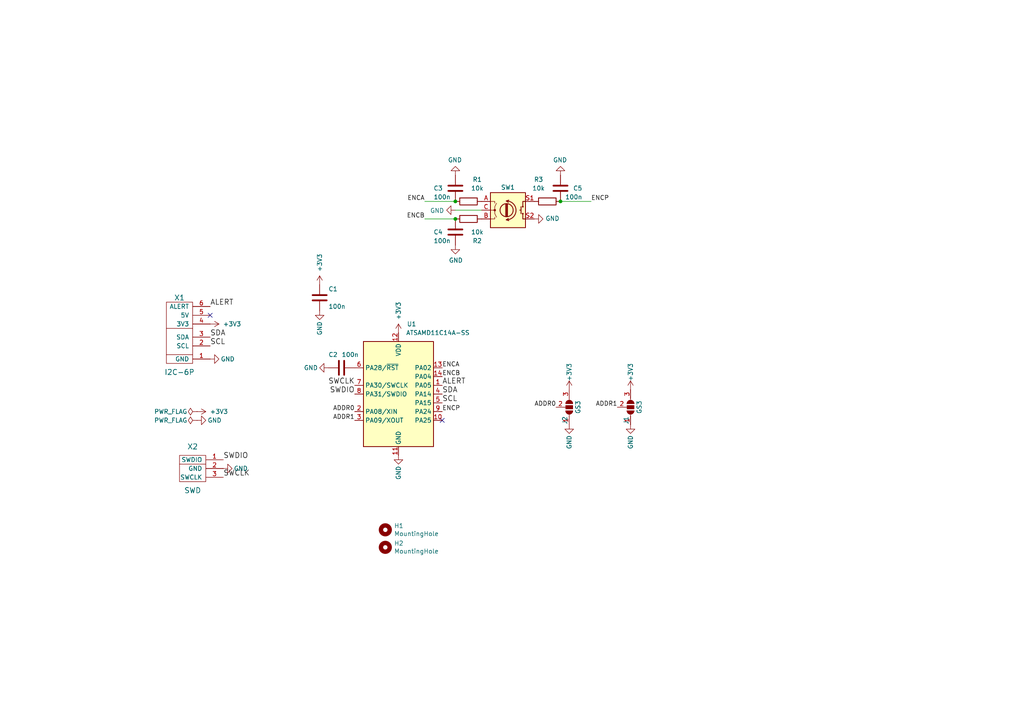
<source format=kicad_sch>
(kicad_sch (version 20210621) (generator eeschema)
  (paper "A4")
  (lib_symbols
    (symbol "Device:C" (pin_numbers hide) (pin_names (offset 0.254))
      (property "Reference" "C" (at 0.635 2.54 0))
      (property "Value" "C" (at 0.635 -2.54 0))
      (symbol "C_0_1"
        (polyline (pts (xy -2.032 -0.762) (xy 2.032 -0.762)) (stroke (width 0.508)))
        (polyline (pts (xy -2.032 0.762) (xy 2.032 0.762)) (stroke (width 0.508)))
      )
      (symbol "C_1_1"
        (pin passive line (at 0 3.81 270) (length 2.794) (name "~") (number "1"))
        (pin passive line (at 0 -3.81 90) (length 2.794) (name "~") (number "2"))
      )
    )
    (symbol "Device:R" (pin_numbers hide) (pin_names (offset 0))
      (property "Reference" "R" (at 2.032 0 90))
      (property "Value" "R" (at 0 0 90))
      (symbol "R_0_1"
        (rectangle (start -1.016 -2.54) (end 1.016 2.54) (stroke (width 0.254)))
      )
      (symbol "R_1_1"
        (pin passive line (at 0 3.81 270) (length 1.27) (name "~") (number "1"))
        (pin passive line (at 0 -3.81 90) (length 1.27) (name "~") (number "2"))
      )
    )
    (symbol "Device:RotaryEncoder_Switch" (pin_names (offset 0.254) hide)
      (property "Reference" "SW" (at 0 6.604 0))
      (property "Value" "RotaryEncoder_Switch" (at 0 -6.604 0))
      (symbol "RotaryEncoder_Switch_0_1"
        (rectangle (start -5.08 5.08) (end 5.08 -5.08) (stroke (width 0.254)) (fill (type background)))
        (circle (center -3.81 0) (radius 0.254) (fill (type outline)))
        (arc (start -0.381 -2.794) (mid 2.3622 -0.0508) (end -0.381 2.667) (stroke (width 0.254)))
        (circle (center -0.381 0) (radius 1.905) (stroke (width 0.254)))
        (polyline (pts (xy -0.635 -1.778) (xy -0.635 1.778)) (stroke (width 0.254)))
        (polyline (pts (xy -0.381 -1.778) (xy -0.381 1.778)) (stroke (width 0.254)))
        (polyline (pts (xy -0.127 1.778) (xy -0.127 -1.778)) (stroke (width 0.254)))
        (polyline (pts (xy 3.81 0) (xy 3.429 0)) (stroke (width 0.254)))
        (polyline (pts (xy 3.81 1.016) (xy 3.81 -1.016)) (stroke (width 0.254)))
        (polyline (pts (xy -5.08 -2.54) (xy -3.81 -2.54) (xy -3.81 -2.032)))
        (polyline (pts (xy -5.08 2.54) (xy -3.81 2.54) (xy -3.81 2.032)))
        (polyline (pts (xy 0.254 -3.048) (xy -0.508 -2.794) (xy 0.127 -2.413)) (stroke (width 0.254)))
        (polyline (pts (xy 0.254 2.921) (xy -0.508 2.667) (xy 0.127 2.286)) (stroke (width 0.254)))
        (polyline (pts (xy 5.08 -2.54) (xy 4.318 -2.54) (xy 4.318 -1.016)) (stroke (width 0.254)))
        (polyline (pts (xy 5.08 2.54) (xy 4.318 2.54) (xy 4.318 1.016)) (stroke (width 0.254)))
        (polyline (pts (xy -5.08 0) (xy -3.81 0) (xy -3.81 -1.016) (xy -3.302 -2.032)))
        (polyline (pts (xy -4.318 0) (xy -3.81 0) (xy -3.81 1.016) (xy -3.302 2.032)))
        (circle (center 4.318 -1.016) (radius 0.127) (stroke (width 0.254)))
        (circle (center 4.318 1.016) (radius 0.127) (stroke (width 0.254)))
      )
      (symbol "RotaryEncoder_Switch_1_1"
        (pin passive line (at -7.62 2.54 0) (length 2.54) (name "A") (number "A"))
        (pin passive line (at -7.62 -2.54 0) (length 2.54) (name "B") (number "B"))
        (pin passive line (at -7.62 0 0) (length 2.54) (name "C") (number "C"))
        (pin passive line (at 7.62 2.54 180) (length 2.54) (name "S1") (number "S1"))
        (pin passive line (at 7.62 -2.54 180) (length 2.54) (name "S2") (number "S2"))
      )
    )
    (symbol "Drake:I2C-6P" (pin_names (offset 1.016))
      (property "Reference" "X" (at 0 12.7 0))
      (property "Value" "I2C-6P" (at 0 -8.89 0))
      (symbol "I2C-6P_0_1"
        (polyline (pts (xy 3.81 -3.81) (xy -3.81 -3.81)))
        (polyline (pts (xy 3.81 3.81) (xy -3.81 3.81)))
        (rectangle (start 3.81 11.43) (end -3.81 -6.35))
      )
      (symbol "I2C-6P_1_1"
        (pin power_in line (at 8.89 -5.08 180) (length 5.08) (name "GND") (number "1"))
        (pin open_collector line (at 8.89 -1.27 180) (length 5.08) (name "SCL") (number "2"))
        (pin open_collector line (at 8.89 1.27 180) (length 5.08) (name "SDA") (number "3"))
        (pin power_in line (at 8.89 5.08 180) (length 5.08) (name "3V3") (number "4"))
        (pin power_in line (at 8.89 7.62 180) (length 5.08) (name "5V") (number "5"))
        (pin open_collector line (at 8.89 10.16 180) (length 5.08) (name "ALERT") (number "6"))
      )
    )
    (symbol "Drake:SWD" (pin_names (offset 1.016))
      (property "Reference" "X" (at 0 6.35 0))
      (property "Value" "SWD" (at 0 -6.35 0))
      (symbol "SWD_0_1"
        (polyline (pts (xy 3.81 1.27) (xy -3.81 1.27)))
        (rectangle (start 3.81 3.81) (end -3.81 -3.81))
      )
      (symbol "SWD_1_1"
        (pin bidirectional line (at 8.89 2.54 180) (length 5.08) (name "SWDIO") (number "1"))
        (pin power_in line (at 8.89 0 180) (length 5.08) (name "GND") (number "2"))
        (pin bidirectional line (at 8.89 -2.54 180) (length 5.08) (name "SWCLK") (number "3"))
      )
    )
    (symbol "Jumper:SolderJumper_3_Open" (pin_names (offset 0) hide)
      (property "Reference" "JP" (at -2.54 -2.54 0))
      (property "Value" "SolderJumper_3_Open" (at 0 2.794 0))
      (symbol "SolderJumper_3_Open_0_1"
        (arc (start -1.016 1.016) (mid -2.032 0) (end -1.016 -1.016))
        (arc (start -1.016 1.016) (mid -2.032 0) (end -1.016 -1.016) (fill (type outline)))
        (rectangle (start -0.508 1.016) (end 0.508 -1.016) (fill (type outline)))
        (polyline (pts (xy -2.54 0) (xy -2.032 0)))
        (polyline (pts (xy -1.016 1.016) (xy -1.016 -1.016)))
        (polyline (pts (xy 0 -1.27) (xy 0 -1.016)))
        (polyline (pts (xy 1.016 1.016) (xy 1.016 -1.016)))
        (polyline (pts (xy 2.54 0) (xy 2.032 0)))
        (arc (start 1.016 -1.016) (mid 2.032 0) (end 1.016 1.016))
        (arc (start 1.016 -1.016) (mid 2.032 0) (end 1.016 1.016) (fill (type outline)))
      )
      (symbol "SolderJumper_3_Open_1_1"
        (pin passive line (at -5.08 0 0) (length 2.54) (name "A") (number "1"))
        (pin input line (at 0 -3.81 90) (length 2.54) (name "C") (number "2"))
        (pin passive line (at 5.08 0 180) (length 2.54) (name "B") (number "3"))
      )
    )
    (symbol "MCU_Microchip_SAMD:ATSAMD11C14A-SS"
      (property "Reference" "U" (at -10.16 16.51 0))
      (property "Value" "ATSAMD11C14A-SS" (at 1.27 16.51 0))
      (symbol "ATSAMD11C14A-SS_0_1"
        (rectangle (start -10.16 15.24) (end 10.16 -15.24) (stroke (width 0.254)) (fill (type background)))
      )
      (symbol "ATSAMD11C14A-SS_1_1"
        (pin bidirectional line (at 12.7 2.54 180) (length 2.54) (name "PA05") (number "1"))
        (pin bidirectional line (at 12.7 -7.62 180) (length 2.54) (name "PA25") (number "10"))
        (pin power_in line (at 0 -17.78 90) (length 2.54) (name "GND") (number "11"))
        (pin power_in line (at 0 17.78 270) (length 2.54) (name "VDD") (number "12"))
        (pin bidirectional line (at 12.7 7.62 180) (length 2.54) (name "PA02") (number "13"))
        (pin bidirectional line (at 12.7 5.08 180) (length 2.54) (name "PA04") (number "14"))
        (pin bidirectional line (at -12.7 -5.08 0) (length 2.54) (name "PA08/XIN") (number "2"))
        (pin bidirectional line (at -12.7 -7.62 0) (length 2.54) (name "PA09/XOUT") (number "3"))
        (pin bidirectional line (at 12.7 0 180) (length 2.54) (name "PA14") (number "4"))
        (pin bidirectional line (at 12.7 -2.54 180) (length 2.54) (name "PA15") (number "5"))
        (pin bidirectional line (at -12.7 7.62 0) (length 2.54) (name "PA28/~{RST}") (number "6"))
        (pin bidirectional line (at -12.7 2.54 0) (length 2.54) (name "PA30/SWCLK") (number "7"))
        (pin bidirectional line (at -12.7 0 0) (length 2.54) (name "PA31/SWDIO") (number "8"))
        (pin bidirectional line (at 12.7 -5.08 180) (length 2.54) (name "PA24") (number "9"))
      )
    )
    (symbol "Mechanical:MountingHole" (pin_names (offset 1.016))
      (property "Reference" "H" (at 0 5.08 0))
      (property "Value" "MountingHole" (at 0 3.175 0))
      (symbol "MountingHole_0_1"
        (circle (center 0 0) (radius 1.27) (stroke (width 1.27)))
      )
    )
    (symbol "power:+3V3" (power) (pin_names (offset 0))
      (property "Value" "+3V3" (at 0 3.556 0))
      (symbol "+3V3_0_1"
        (polyline (pts (xy -0.762 1.27) (xy 0 2.54)))
        (polyline (pts (xy 0 0) (xy 0 2.54)))
        (polyline (pts (xy 0 2.54) (xy 0.762 1.27)))
      )
      (symbol "+3V3_1_1"
        (pin power_in line (at 0 0 90) (length 0) hide (name "+3V3") (number "1"))
      )
    )
    (symbol "power:GND" (power) (pin_names (offset 0))
      (property "Value" "GND" (at 0 -3.81 0))
      (symbol "GND_0_1"
        (polyline (pts (xy 0 0) (xy 0 -1.27) (xy 1.27 -1.27) (xy 0 -2.54) (xy -1.27 -1.27) (xy 0 -1.27)))
      )
      (symbol "GND_1_1"
        (pin power_in line (at 0 0 270) (length 0) hide (name "GND") (number "1"))
      )
    )
    (symbol "power:PWR_FLAG" (power) (pin_numbers hide) (pin_names (offset 0) hide)
      (property "Value" "PWR_FLAG" (at 0 3.81 0))
      (symbol "PWR_FLAG_0_0"
        (pin power_out line (at 0 0 90) (length 0) (name "pwr") (number "1"))
      )
      (symbol "PWR_FLAG_0_1"
        (polyline (pts (xy 0 0) (xy 0 1.27) (xy -1.016 1.905) (xy 0 2.54) (xy 1.016 1.905) (xy 0 1.27)))
      )
    )
  )
  (junction (at 162.56 58.42))
  (junction (at 132.08 63.5))
  (junction (at 132.08 58.42))
  (no_connect (at 60.96 91.44))
  (no_connect (at 128.27 121.92))
  (wire (pts (xy 162.56 58.42) (xy 171.45 58.42)))
  (wire (pts (xy 132.08 58.42) (xy 123.19 58.42)))
  (wire (pts (xy 132.08 60.96) (xy 139.7 60.96)))
  (wire (pts (xy 132.08 63.5) (xy 123.19 63.5)))
  (label "SWCLK" (at 102.87 111.76 180) (effects (font (size 1.524 1.524))))
  (label "ENCA" (at 123.19 58.42 180))
  (label "ENCA" (at 128.27 106.68 0))
  (label "ENCP" (at 128.27 119.38 0))
  (label "ADDR0" (at 161.29 118.11 180))
  (label "SCL" (at 128.27 116.84 0) (effects (font (size 1.524 1.524))))
  (label "SDA" (at 60.96 97.79 0) (effects (font (size 1.524 1.524))))
  (label "ADDR1" (at 102.87 121.92 180))
  (label "ADDR0" (at 102.87 119.38 180))
  (label "SWDIO" (at 64.77 133.35 0) (effects (font (size 1.524 1.524))))
  (label "ENCB" (at 128.27 109.22 0))
  (label "ADDR1" (at 179.07 118.11 180))
  (label "SWDIO" (at 102.87 114.3 180) (effects (font (size 1.524 1.524))))
  (label "ENCB" (at 123.19 63.5 180))
  (label "ENCP" (at 171.45 58.42 0))
  (label "ALERT" (at 60.96 88.9 0) (effects (font (size 1.524 1.524))))
  (label "SWCLK" (at 64.77 138.43 0) (effects (font (size 1.524 1.524))))
  (label "SCL" (at 60.96 100.33 0) (effects (font (size 1.524 1.524))))
  (label "ALERT" (at 128.27 111.76 0) (effects (font (size 1.524 1.524))))
  (label "SDA" (at 128.27 114.3 0) (effects (font (size 1.524 1.524))))
  (symbol (lib_id "Device:RotaryEncoder_Switch") (at 147.32 60.96 0) (unit 1)
    (property "Reference" "SW1" (at 147.32 54.356 0))
    (property "Value" "RotaryEncoder_Switch" (effects hide))
    (property "Footprint" "Drake:RotaryEncoder_Bourns_PEC12R-4x20F-Sxxxx" (effects hide))
  )
  (symbol (lib_id "Drake:I2C-6P") (at 52.07 99.06 0) (unit 1)
    (property "Reference" "X1" (at 52.07 86.36 0) (effects (font (size 1.524 1.524))))
    (property "Value" "I2C-6P" (at 52.07 107.95 0) (effects (font (size 1.524 1.524))))
    (property "Footprint" "Connector_IDC:IDC-Header_2x03_P2.54mm_Vertical" (effects hide))
  )
  (symbol (lib_id "power:+3V3") (at 60.96 93.98 270) (unit 1)
    (property "Reference" "#PWR01" (effects hide))
    (property "Value" "+3V3" (at 67.31 93.98 90))
  )
  (symbol (lib_id "power:GND") (at 115.57 132.08 0) (unit 1)
    (property "Reference" "#PWR02" (effects hide))
    (property "Value" "GND" (at 115.57 137.16 90))
  )
  (symbol (lib_id "Device:C") (at 92.71 86.36 0) (unit 1)
    (property "Reference" "C1" (at 95.25 83.82 0) (effects (justify left)))
    (property "Value" "100n" (at 95.25 88.9 0) (effects (justify left)))
    (property "Footprint" "Capacitor_SMD:C_0805_2012Metric_Pad1.18x1.45mm_HandSolder" (effects hide))
  )
  (symbol (lib_id "Device:C") (at 99.06 106.68 270) (unit 1)
    (property "Reference" "C2" (at 95.25 102.87 90) (effects (justify left)))
    (property "Value" "100n" (at 99.06 102.87 90) (effects (justify left)))
    (property "Footprint" "Capacitor_SMD:C_0805_2012Metric_Pad1.18x1.45mm_HandSolder" (effects hide))
  )
  (symbol (lib_id "power:GND") (at 95.25 106.68 270) (unit 1)
    (property "Reference" "#PWR05" (effects hide))
    (property "Value" "GND" (at 90.17 106.68 90))
  )
  (symbol (lib_id "power:GND") (at 92.71 90.17 0) (unit 1)
    (property "Reference" "#PWR07" (effects hide))
    (property "Value" "GND" (at 92.71 95.25 90))
  )
  (symbol (lib_id "power:GND") (at 60.96 104.14 90) (unit 1)
    (property "Reference" "#PWR010" (effects hide))
    (property "Value" "GND" (at 66.04 104.14 90))
  )
  (symbol (lib_id "power:PWR_FLAG") (at 57.15 119.38 90) (unit 1)
    (property "Reference" "#FLG011" (effects hide))
    (property "Value" "PWR_FLAG" (at 49.53 119.38 90))
  )
  (symbol (lib_id "power:PWR_FLAG") (at 57.15 121.92 90) (unit 1)
    (property "Reference" "#FLG012" (effects hide))
    (property "Value" "PWR_FLAG" (at 49.53 121.92 90))
  )
  (symbol (lib_id "power:GND") (at 57.15 121.92 90) (unit 1)
    (property "Reference" "#PWR013" (effects hide))
    (property "Value" "GND" (at 62.23 121.92 90))
  )
  (symbol (lib_id "power:+3V3") (at 57.15 119.38 270) (unit 1)
    (property "Reference" "#PWR014" (effects hide))
    (property "Value" "+3V3" (at 63.5 119.38 90))
  )
  (symbol (lib_id "Drake:SWD") (at 55.88 135.89 0) (unit 1)
    (property "Reference" "X2" (at 55.88 129.54 0) (effects (font (size 1.524 1.524))))
    (property "Value" "SWD" (at 55.88 142.24 0) (effects (font (size 1.524 1.524))))
    (property "Footprint" "Drake:SWD" (effects hide))
  )
  (symbol (lib_id "power:GND") (at 64.77 135.89 90) (unit 1)
    (property "Reference" "#PWR015" (effects hide))
    (property "Value" "GND" (at 69.85 135.89 90))
  )
  (symbol (lib_id "Jumper:SolderJumper_3_Open") (at 182.88 118.11 270) (mirror x) (unit 1)
    (property "Reference" "J1" (at 181.61 121.92 0))
    (property "Value" "GS3" (at 185.42 118.11 0))
    (property "Footprint" "Jumper:SolderJumper-3_P1.3mm_Open_Pad1.0x1.5mm" (effects hide))
  )
  (symbol (lib_id "Jumper:SolderJumper_3_Open") (at 165.1 118.11 270) (mirror x) (unit 1)
    (property "Reference" "J2" (at 163.83 121.92 0))
    (property "Value" "GS3" (at 167.64 118.11 0))
    (property "Footprint" "Jumper:SolderJumper-3_P1.3mm_Open_Pad1.0x1.5mm" (effects hide))
  )
  (symbol (lib_id "power:GND") (at 182.88 123.19 0) (unit 1)
    (property "Reference" "#PWR016" (effects hide))
    (property "Value" "GND" (at 182.88 128.27 90))
  )
  (symbol (lib_id "power:GND") (at 165.1 123.19 0) (unit 1)
    (property "Reference" "#PWR017" (effects hide))
    (property "Value" "GND" (at 165.1 128.27 90))
  )
  (symbol (lib_id "power:+3V3") (at 182.88 113.03 0) (unit 1)
    (property "Reference" "#PWR018" (effects hide))
    (property "Value" "+3V3" (at 182.88 107.95 90))
  )
  (symbol (lib_id "power:+3V3") (at 165.1 113.03 0) (unit 1)
    (property "Reference" "#PWR019" (effects hide))
    (property "Value" "+3V3" (at 165.1 107.95 90))
  )
  (symbol (lib_id "MCU_Microchip_SAMD:ATSAMD11C14A-SS") (at 115.57 114.3 0) (unit 1)
    (property "Reference" "U1" (at 119.38 93.98 0))
    (property "Value" "ATSAMD11C14A-SS" (at 127 96.52 0))
    (property "Footprint" "Package_SO:SOIC-14_3.9x8.7mm_P1.27mm" (effects hide))
    (property "Datasheet" "http://ww1.microchip.com/downloads/en/DeviceDoc/Atmel-42363-SAM-D11_Datasheet.pdf" (effects hide))
  )
  (symbol (lib_id "power:+3V3") (at 115.57 96.52 0) (unit 1)
    (property "Reference" "#PWR04" (effects hide))
    (property "Value" "+3V3" (at 115.57 90.17 90))
  )
  (symbol (lib_id "power:+3V3") (at 92.71 82.55 0) (unit 1)
    (property "Reference" "#PWR03" (effects hide))
    (property "Value" "+3V3" (at 92.71 76.2 90))
  )
  (symbol (lib_id "Mechanical:MountingHole") (at 111.76 153.67 0) (unit 1)
    (property "Reference" "H1" (at 114.3 152.5016 0) (effects (justify left)))
    (property "Value" "MountingHole" (at 114.3 154.813 0) (effects (justify left)))
    (property "Footprint" "MountingHole:MountingHole_2.5mm" (effects hide))
  )
  (symbol (lib_id "Mechanical:MountingHole") (at 111.76 158.75 0) (unit 1)
    (property "Reference" "H2" (at 114.3 157.5816 0) (effects (justify left)))
    (property "Value" "MountingHole" (at 114.3 159.893 0) (effects (justify left)))
    (property "Footprint" "MountingHole:MountingHole_2.5mm" (effects hide))
  )
  (symbol (lib_id "Device:C") (at 132.08 54.61 0) (unit 1)
    (property "Reference" "C3" (at 125.73 54.61 0) (effects (justify left)))
    (property "Value" "100n" (at 125.73 57.15 0) (effects (justify left)))
    (property "Footprint" "Capacitor_SMD:C_0805_2012Metric_Pad1.18x1.45mm_HandSolder" (effects hide))
  )
  (symbol (lib_id "Device:R") (at 135.89 58.42 270) (unit 1)
    (property "Reference" "R1" (at 138.43 52.07 90))
    (property "Value" "10k" (at 138.43 54.61 90))
    (property "Footprint" "Resistor_SMD:R_0805_2012Metric_Pad1.20x1.40mm_HandSolder" (effects hide))
  )
  (symbol (lib_id "Device:R") (at 135.89 63.5 270) (mirror x) (unit 1)
    (property "Reference" "R2" (at 138.43 69.85 90))
    (property "Value" "10k" (at 138.43 67.31 90))
    (property "Footprint" "Resistor_SMD:R_0805_2012Metric_Pad1.20x1.40mm_HandSolder" (effects hide))
  )
  (symbol (lib_id "Device:C") (at 132.08 67.31 0) (unit 1)
    (property "Reference" "C4" (at 125.73 67.31 0) (effects (justify left)))
    (property "Value" "100n" (at 125.73 69.85 0) (effects (justify left)))
    (property "Footprint" "Capacitor_SMD:C_0805_2012Metric_Pad1.18x1.45mm_HandSolder" (effects hide))
  )
  (symbol (lib_id "Device:R") (at 158.75 58.42 90) (mirror x) (unit 1)
    (property "Reference" "R3" (at 156.21 52.07 90))
    (property "Value" "10k" (at 156.21 54.61 90))
    (property "Footprint" "Resistor_SMD:R_0805_2012Metric_Pad1.20x1.40mm_HandSolder" (effects hide))
  )
  (symbol (lib_id "Device:C") (at 162.56 54.61 0) (mirror y) (unit 1)
    (property "Reference" "C5" (at 168.91 54.61 0) (effects (justify left)))
    (property "Value" "100n" (at 168.91 57.15 0) (effects (justify left)))
    (property "Footprint" "Capacitor_SMD:C_0805_2012Metric_Pad1.18x1.45mm_HandSolder" (effects hide))
  )
  (symbol (lib_id "power:GND") (at 132.08 50.8 180) (unit 1)
    (property "Reference" "#PWR06" (effects hide))
    (property "Value" "GND" (at 131.953 46.4058 0))
  )
  (symbol (lib_id "power:GND") (at 132.08 71.12 0) (unit 1)
    (property "Reference" "#PWR08" (effects hide))
    (property "Value" "GND" (at 132.207 75.5142 0))
  )
  (symbol (lib_id "power:GND") (at 162.56 50.8 180) (unit 1)
    (property "Reference" "#PWR09" (effects hide))
    (property "Value" "GND" (at 162.433 46.4058 0))
  )
  (symbol (lib_id "power:GND") (at 154.94 63.5 90) (unit 1)
    (property "Reference" "#PWR0101" (effects hide))
    (property "Value" "GND" (at 158.1912 63.373 90) (effects (justify right)))
  )
  (symbol (lib_id "power:GND") (at 132.08 60.96 270) (unit 1)
    (property "Reference" "#PWR0102" (effects hide))
    (property "Value" "GND" (at 128.8288 61.087 90) (effects (justify right)))
  )
)
</source>
